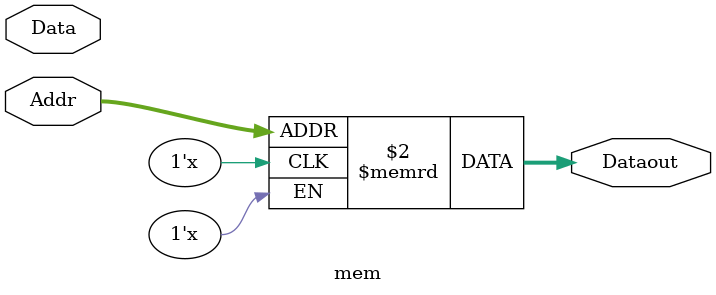
<source format=v>
module mem(input [63:0] Data, input [3:0] Addr, output [63:0] Dataout);
  reg[63:0] memory [0:3];
  always@(*)
    Dataout = memory[Addr];
endmodule
  

</source>
